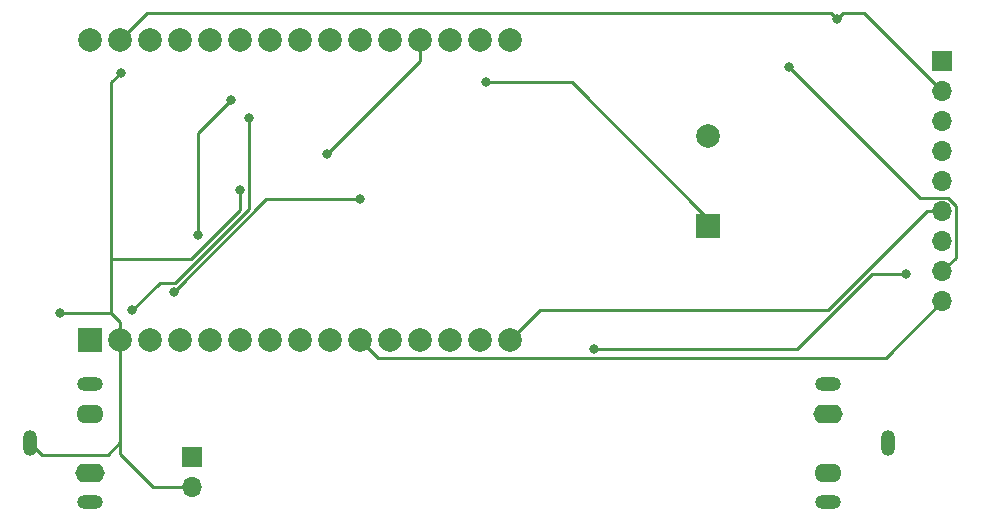
<source format=gbr>
%TF.GenerationSoftware,KiCad,Pcbnew,7.0.9*%
%TF.CreationDate,2024-12-25T11:05:57-08:00*%
%TF.ProjectId,ESP32btCWKeyBrd_Kicad Files,45535033-3262-4744-9357-4b6579427264,rev?*%
%TF.SameCoordinates,Original*%
%TF.FileFunction,Copper,L2,Bot*%
%TF.FilePolarity,Positive*%
%FSLAX46Y46*%
G04 Gerber Fmt 4.6, Leading zero omitted, Abs format (unit mm)*
G04 Created by KiCad (PCBNEW 7.0.9) date 2024-12-25 11:05:57*
%MOMM*%
%LPD*%
G01*
G04 APERTURE LIST*
%TA.AperFunction,ComponentPad*%
%ADD10O,2.200000X1.200000*%
%TD*%
%TA.AperFunction,ComponentPad*%
%ADD11O,2.300000X1.600000*%
%TD*%
%TA.AperFunction,ComponentPad*%
%ADD12O,1.200000X2.200000*%
%TD*%
%TA.AperFunction,ComponentPad*%
%ADD13O,2.500000X1.600000*%
%TD*%
%TA.AperFunction,ComponentPad*%
%ADD14R,1.700000X1.700000*%
%TD*%
%TA.AperFunction,ComponentPad*%
%ADD15O,1.700000X1.700000*%
%TD*%
%TA.AperFunction,ComponentPad*%
%ADD16R,2.000000X2.000000*%
%TD*%
%TA.AperFunction,ComponentPad*%
%ADD17C,2.000000*%
%TD*%
%TA.AperFunction,ViaPad*%
%ADD18C,0.800000*%
%TD*%
%TA.AperFunction,Conductor*%
%ADD19C,0.250000*%
%TD*%
G04 APERTURE END LIST*
D10*
%TO.P,J1,R*%
%TO.N,unconnected-(J1-PadR)*%
X103298000Y-102014000D03*
D11*
%TO.P,J1,RN*%
%TO.N,N/C*%
X103298000Y-104514000D03*
D12*
%TO.P,J1,S*%
%TO.N,GND*%
X98298000Y-107014000D03*
D10*
%TO.P,J1,T*%
%TO.N,Net-(Q3-D)*%
X103298000Y-112014000D03*
D13*
%TO.P,J1,TN*%
%TO.N,N/C*%
X103298000Y-109514000D03*
%TD*%
D10*
%TO.P,J3,R*%
%TO.N,Net-(C5-Pad1)*%
X165862000Y-112014000D03*
D11*
%TO.P,J3,RN*%
%TO.N,N/C*%
X165862000Y-109514000D03*
D12*
%TO.P,J3,S*%
%TO.N,GND*%
X170862000Y-107014000D03*
D10*
%TO.P,J3,T*%
%TO.N,Net-(C5-Pad1)*%
X165862000Y-102014000D03*
D13*
%TO.P,J3,TN*%
%TO.N,N/C*%
X165862000Y-104514000D03*
%TD*%
D14*
%TO.P,J4,1,Pin_1*%
%TO.N,Net-(J4-Pin_1)*%
X112014000Y-108204000D03*
D15*
%TO.P,J4,2,Pin_2*%
%TO.N,GND*%
X112014000Y-110744000D03*
%TD*%
D16*
%TO.P,LS1,1,1*%
%TO.N,Net-(Q2-C)*%
X155702000Y-88626000D03*
D17*
%TO.P,LS1,2,2*%
%TO.N,GND*%
X155702000Y-81026000D03*
%TD*%
D16*
%TO.P,U1,1,3V3*%
%TO.N,3V3*%
X103378000Y-98298000D03*
D17*
%TO.P,U1,2,GND*%
%TO.N,GND*%
X105918000Y-98298000D03*
%TO.P,U1,3,D15*%
%TO.N,CS*%
X108458000Y-98298000D03*
%TO.P,U1,4,D2*%
%TO.N,DC*%
X110998000Y-98298000D03*
%TO.P,U1,5,D4*%
%TO.N,RST*%
X113538000Y-98298000D03*
%TO.P,U1,6,RX2*%
%TO.N,unconnected-(U1-RX2-Pad6)*%
X116078000Y-98298000D03*
%TO.P,U1,7,TX2*%
%TO.N,unconnected-(U1-TX2-Pad7)*%
X118618000Y-98298000D03*
%TO.P,U1,8,D5*%
%TO.N,unconnected-(U1-D5-Pad8)*%
X121158000Y-98298000D03*
%TO.P,U1,9,D18*%
%TO.N,SCK*%
X123698000Y-98298000D03*
%TO.P,U1,10,D19*%
%TO.N,MISO*%
X126238000Y-98298000D03*
%TO.P,U1,11,D21*%
%TO.N,unconnected-(U1-D21-Pad11)*%
X128778000Y-98298000D03*
%TO.P,U1,12,RX0*%
%TO.N,unconnected-(U1-RX0-Pad12)*%
X131318000Y-98298000D03*
%TO.P,U1,13,TX0*%
%TO.N,unconnected-(U1-TX0-Pad13)*%
X133858000Y-98298000D03*
%TO.P,U1,14,D22*%
%TO.N,unconnected-(U1-D22-Pad14)*%
X136398000Y-98298000D03*
%TO.P,U1,15,D23*%
%TO.N,MOSI*%
X138938000Y-98298000D03*
%TO.P,U1,16,EN*%
%TO.N,unconnected-(U1-EN-Pad16)*%
X138938000Y-72898000D03*
%TO.P,U1,17,VP*%
%TO.N,unconnected-(U1-VP-Pad17)*%
X136398000Y-72898000D03*
%TO.P,U1,18,VN*%
%TO.N,unconnected-(U1-VN-Pad18)*%
X133858000Y-72898000D03*
%TO.P,U1,19,D34*%
%TO.N,AUDIO_IN*%
X131318000Y-72898000D03*
%TO.P,U1,20,D35*%
%TO.N,unconnected-(U1-D35-Pad20)*%
X128778000Y-72898000D03*
%TO.P,U1,21,D32*%
%TO.N,unconnected-(U1-D32-Pad21)*%
X126238000Y-72898000D03*
%TO.P,U1,22,D33*%
%TO.N,unconnected-(U1-D33-Pad22)*%
X123698000Y-72898000D03*
%TO.P,U1,23,D25*%
%TO.N,unconnected-(U1-D25-Pad23)*%
X121158000Y-72898000D03*
%TO.P,U1,24,D26*%
%TO.N,unconnected-(U1-D26-Pad24)*%
X118618000Y-72898000D03*
%TO.P,U1,25,D27*%
%TO.N,unconnected-(U1-D27-Pad25)*%
X116078000Y-72898000D03*
%TO.P,U1,26,D14*%
%TO.N,unconnected-(U1-D14-Pad26)*%
X113538000Y-72898000D03*
%TO.P,U1,27,D12*%
%TO.N,unconnected-(U1-D12-Pad27)*%
X110998000Y-72898000D03*
%TO.P,U1,28,D13*%
%TO.N,Net-(U1-D13)*%
X108458000Y-72898000D03*
%TO.P,U1,29,GND*%
%TO.N,GND*%
X105918000Y-72898000D03*
%TO.P,U1,30,VIN*%
%TO.N,+5V*%
X103378000Y-72898000D03*
%TD*%
D14*
%TO.P,J2,1,Pin_1*%
%TO.N,3V3*%
X175514000Y-74676000D03*
D15*
%TO.P,J2,2,Pin_2*%
%TO.N,GND*%
X175514000Y-77216000D03*
%TO.P,J2,3,Pin_3*%
%TO.N,CS*%
X175514000Y-79756000D03*
%TO.P,J2,4,Pin_4*%
%TO.N,RST*%
X175514000Y-82296000D03*
%TO.P,J2,5,Pin_5*%
%TO.N,DC*%
X175514000Y-84836000D03*
%TO.P,J2,6,Pin_6*%
%TO.N,MOSI*%
X175514000Y-87376000D03*
%TO.P,J2,7,Pin_7*%
%TO.N,SCK*%
X175514000Y-89916000D03*
%TO.P,J2,8,Pin_8*%
%TO.N,+5V*%
X175514000Y-92456000D03*
%TO.P,J2,9,Pin_9*%
%TO.N,MISO*%
X175514000Y-94996000D03*
%TD*%
D18*
%TO.N,Net-(Q2-B)*%
X115316000Y-77978000D03*
%TO.N,GND*%
X105928200Y-75681800D03*
X100838000Y-96012000D03*
X166624000Y-71120000D03*
X116078000Y-85598000D03*
%TO.N,+5V*%
X162560000Y-75184000D03*
X146050000Y-99028500D03*
X172466000Y-92710000D03*
%TO.N,Net-(C5-Pad1)*%
X126238000Y-86360000D03*
X110436150Y-94180149D03*
%TO.N,AUDIO_IN*%
X123444000Y-82550000D03*
%TO.N,Net-(Q2-B)*%
X112522000Y-89408000D03*
%TO.N,Net-(Q2-C)*%
X136906000Y-76454000D03*
%TO.N,Net-(Q3-D)*%
X116840000Y-79502000D03*
X106934000Y-95758000D03*
%TD*%
D19*
%TO.N,Net-(Q2-B)*%
X112522000Y-80772000D02*
X115316000Y-77978000D01*
X112522000Y-89408000D02*
X112522000Y-80772000D01*
%TO.N,GND*%
X105156000Y-96012000D02*
X100838000Y-96012000D01*
X168910000Y-70612000D02*
X167132000Y-70612000D01*
X99273000Y-107989000D02*
X104863000Y-107989000D01*
X166116000Y-70612000D02*
X108204000Y-70612000D01*
X108204000Y-70612000D02*
X105918000Y-72898000D01*
X167132000Y-70612000D02*
X166624000Y-71120000D01*
X105918000Y-96774000D02*
X105156000Y-96012000D01*
X105918000Y-106680000D02*
X105918000Y-106934000D01*
X104863000Y-107989000D02*
X105918000Y-106934000D01*
X108712000Y-110744000D02*
X105918000Y-107950000D01*
X175514000Y-77216000D02*
X168910000Y-70612000D01*
X111903507Y-91440000D02*
X116078000Y-87265507D01*
X105918000Y-107950000D02*
X105918000Y-106680000D01*
X105918000Y-98298000D02*
X105918000Y-96774000D01*
X98298000Y-107014000D02*
X99273000Y-107989000D01*
X105156000Y-96012000D02*
X105156000Y-91440000D01*
X112014000Y-110744000D02*
X108712000Y-110744000D01*
X105156000Y-91440000D02*
X105156000Y-76454000D01*
X105918000Y-98298000D02*
X105918000Y-106680000D01*
X116078000Y-87265507D02*
X116078000Y-85598000D01*
X166624000Y-71120000D02*
X166116000Y-70612000D01*
X105156000Y-76454000D02*
X105928200Y-75681800D01*
X105156000Y-91440000D02*
X111903507Y-91440000D01*
%TO.N,+5V*%
X169546396Y-92710000D02*
X163227896Y-99028500D01*
X162560000Y-75184000D02*
X173577000Y-86201000D01*
X173577000Y-86201000D02*
X176000701Y-86201000D01*
X176000701Y-86201000D02*
X176689000Y-86889299D01*
X176689000Y-91281000D02*
X175514000Y-92456000D01*
X176689000Y-86889299D02*
X176689000Y-91281000D01*
X172466000Y-92710000D02*
X169546396Y-92710000D01*
X163227896Y-99028500D02*
X146050000Y-99028500D01*
%TO.N,Net-(C5-Pad1)*%
X126238000Y-86360000D02*
X118256299Y-86360000D01*
X118256299Y-86360000D02*
X110436150Y-94180149D01*
%TO.N,AUDIO_IN*%
X123444000Y-82550000D02*
X131318000Y-74676000D01*
X131318000Y-74676000D02*
X131318000Y-72898000D01*
%TO.N,MOSI*%
X165862000Y-95758000D02*
X174244000Y-87376000D01*
X138938000Y-98298000D02*
X141478000Y-95758000D01*
X174244000Y-87376000D02*
X175514000Y-87376000D01*
X141478000Y-95758000D02*
X165862000Y-95758000D01*
%TO.N,MISO*%
X127693000Y-99753000D02*
X170757000Y-99753000D01*
X126238000Y-98298000D02*
X127693000Y-99753000D01*
X170757000Y-99753000D02*
X175514000Y-94996000D01*
%TO.N,Net-(Q2-C)*%
X136906000Y-76454000D02*
X144180778Y-76454000D01*
X144180778Y-76454000D02*
X155702000Y-87975222D01*
X155702000Y-87975222D02*
X155702000Y-88626000D01*
%TO.N,Net-(Q3-D)*%
X110524754Y-93455149D02*
X109236851Y-93455149D01*
X116803000Y-79465000D02*
X116803000Y-87176903D01*
X116840000Y-79502000D02*
X116803000Y-79465000D01*
X109236851Y-93455149D02*
X106934000Y-95758000D01*
X116803000Y-87176903D02*
X110524754Y-93455149D01*
%TD*%
M02*

</source>
